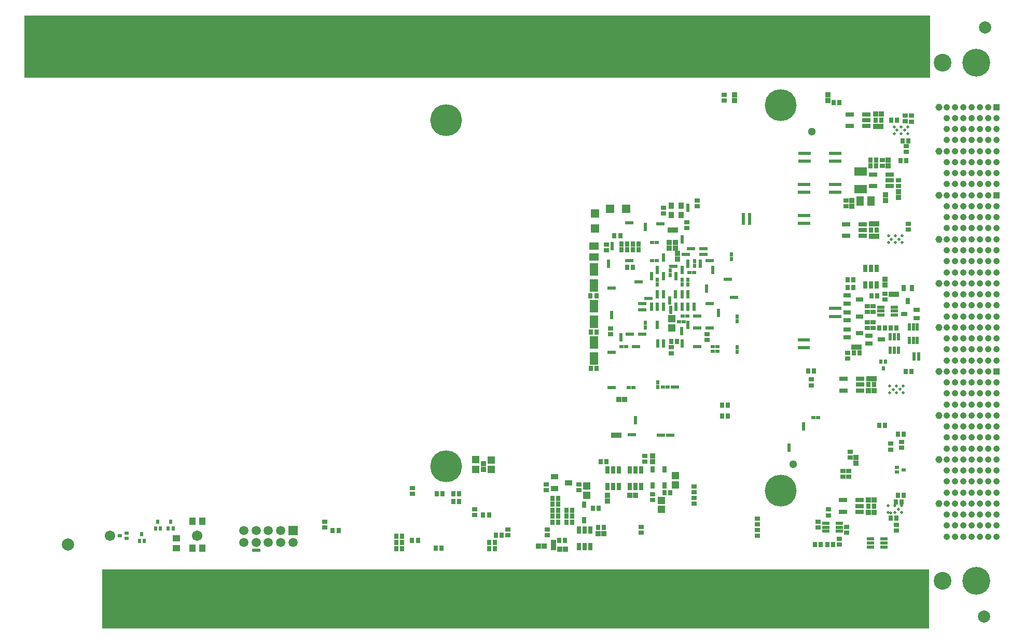
<source format=gbs>
G04*
G04 #@! TF.GenerationSoftware,Altium Limited,Altium Designer,19.1.7 (138)*
G04*
G04 Layer_Color=16711935*
%FSLAX25Y25*%
%MOIN*%
G70*
G01*
G75*
%ADD75R,5.31201X0.38133*%
%ADD76R,5.81890X0.40128*%
%ADD77R,0.02375X0.04540*%
%ADD78R,0.04147X0.02965*%
%ADD79R,0.03162X0.02178*%
%ADD80C,0.07874*%
%ADD81R,0.05800X0.05800*%
%ADD82R,0.02375X0.02572*%
%ADD83R,0.03241X0.03241*%
%ADD84R,0.03084X0.03241*%
%ADD85R,0.03241X0.03241*%
%ADD87R,0.04737X0.04737*%
%ADD91R,0.03241X0.03084*%
%ADD95R,0.04540X0.02375*%
%ADD100R,0.02572X0.02375*%
%ADD116R,0.06312X0.04934*%
%ADD127R,0.05721X0.07887*%
%ADD129R,0.05721X0.03162*%
%ADD134C,0.16548*%
%ADD135C,0.17926*%
%ADD136C,0.04147*%
%ADD137C,0.05918*%
%ADD138R,0.05918X0.05918*%
%ADD139C,0.06750*%
%ADD140C,0.11430*%
%ADD141C,0.04540*%
%ADD142R,0.04147X0.04147*%
%ADD143C,0.05118*%
%ADD144C,0.20485*%
%ADD145C,0.01981*%
%ADD146C,0.03162*%
%ADD212R,0.04934X0.03359*%
%ADD213R,0.02454X0.02611*%
%ADD214R,0.03162X0.04934*%
%ADD215R,0.03359X0.04147*%
%ADD216R,0.02178X0.03162*%
%ADD217R,0.02769X0.04343*%
%ADD218R,0.04934X0.06312*%
%ADD219R,0.07887X0.05328*%
%ADD220R,0.02611X0.02454*%
%ADD221R,0.04540X0.02769*%
%ADD222R,0.02965X0.04147*%
%ADD223R,0.04737X0.04343*%
%ADD224R,0.04343X0.04737*%
%ADD225R,0.04737X0.04540*%
D75*
X-75443Y-296386D02*
D03*
D76*
X-100098Y59168D02*
D03*
D77*
X177657Y-121457D02*
D03*
X180217D02*
D03*
X182776D02*
D03*
Y-130118D02*
D03*
X180217D02*
D03*
X177657D02*
D03*
X170497Y-136221D02*
D03*
X167938D02*
D03*
X165379D02*
D03*
Y-127559D02*
D03*
X167938D02*
D03*
X170497D02*
D03*
D78*
X174146Y-113038D02*
D03*
X182413Y-115597D02*
D03*
Y-110478D02*
D03*
D79*
X169783Y-214764D02*
D03*
Y-211614D02*
D03*
X174114Y-213189D02*
D03*
X-329724Y-255709D02*
D03*
X-325394Y-257283D02*
D03*
Y-254134D02*
D03*
D80*
X-382776Y70768D02*
D03*
X-362894Y-261319D02*
D03*
X226400Y71300D02*
D03*
X225500Y-307500D02*
D03*
D81*
X-14567Y-45276D02*
D03*
X-4528D02*
D03*
X-24213Y-57972D02*
D03*
X-24370Y-48228D02*
D03*
D82*
X35256Y-43298D02*
D03*
Y-46054D02*
D03*
X66929Y-137205D02*
D03*
Y-134449D02*
D03*
X7874Y-121555D02*
D03*
Y-118799D02*
D03*
X31594Y-66339D02*
D03*
Y-63583D02*
D03*
X47244Y-97933D02*
D03*
Y-95177D02*
D03*
X24213Y-111614D02*
D03*
Y-108858D02*
D03*
X23771Y-105709D02*
D03*
Y-102953D02*
D03*
X31496Y-93897D02*
D03*
Y-91142D02*
D03*
Y-86023D02*
D03*
Y-83268D02*
D03*
Y-101772D02*
D03*
Y-99016D02*
D03*
X27559Y-87205D02*
D03*
Y-89960D02*
D03*
X19685D02*
D03*
Y-87205D02*
D03*
X31496Y-106890D02*
D03*
Y-109646D02*
D03*
X27362Y-101772D02*
D03*
Y-99016D02*
D03*
X15748D02*
D03*
Y-101772D02*
D03*
Y-91142D02*
D03*
Y-93897D02*
D03*
X11811Y-89960D02*
D03*
Y-87205D02*
D03*
X35433Y-101772D02*
D03*
Y-99016D02*
D03*
X27559Y-106890D02*
D03*
Y-109646D02*
D03*
X35433Y-93897D02*
D03*
Y-91142D02*
D03*
X23869Y-87894D02*
D03*
Y-85138D02*
D03*
X35433Y-109646D02*
D03*
Y-106890D02*
D03*
X19685Y-101772D02*
D03*
Y-99016D02*
D03*
Y-109646D02*
D03*
Y-106890D02*
D03*
X19783Y-75394D02*
D03*
Y-78150D02*
D03*
X15748Y-86023D02*
D03*
Y-83268D02*
D03*
X31398Y-122638D02*
D03*
Y-125394D02*
D03*
X35433Y-121457D02*
D03*
Y-118701D02*
D03*
X15748Y-106890D02*
D03*
Y-109646D02*
D03*
X15846Y-133268D02*
D03*
Y-130512D02*
D03*
X31496Y-133268D02*
D03*
Y-130512D02*
D03*
X16035Y-157087D02*
D03*
Y-159843D02*
D03*
X19587Y-130512D02*
D03*
Y-133268D02*
D03*
X15748Y-121457D02*
D03*
Y-118701D02*
D03*
X-13574Y-115059D02*
D03*
Y-112303D02*
D03*
X-7874Y-129331D02*
D03*
Y-126575D02*
D03*
X-15748Y-82087D02*
D03*
Y-79331D02*
D03*
X-13386Y-70669D02*
D03*
Y-67913D02*
D03*
X51181Y-83268D02*
D03*
Y-86024D02*
D03*
X63386Y-77559D02*
D03*
Y-74803D02*
D03*
X66831Y-114764D02*
D03*
Y-117520D02*
D03*
X7874Y-55709D02*
D03*
Y-58464D02*
D03*
X100258Y-200267D02*
D03*
Y-197511D02*
D03*
X109724Y-183994D02*
D03*
Y-186750D02*
D03*
X39567Y-81890D02*
D03*
Y-79134D02*
D03*
X35433Y-79331D02*
D03*
Y-82086D02*
D03*
X55118Y-110827D02*
D03*
Y-113583D02*
D03*
X11811Y-109646D02*
D03*
Y-106890D02*
D03*
X39370Y-109646D02*
D03*
Y-106890D02*
D03*
X43307Y-82087D02*
D03*
Y-79331D02*
D03*
D83*
X65158Y24311D02*
D03*
Y27854D02*
D03*
X12697Y-207874D02*
D03*
Y-204331D02*
D03*
X-16535Y-229803D02*
D03*
Y-233347D02*
D03*
X163976Y-17618D02*
D03*
Y-14075D02*
D03*
X170669Y-34449D02*
D03*
Y-37992D02*
D03*
X162402Y-36417D02*
D03*
Y-39961D02*
D03*
X28740Y-77699D02*
D03*
Y-74155D02*
D03*
X27165Y-67126D02*
D03*
Y-70669D02*
D03*
X23228Y-67126D02*
D03*
Y-70669D02*
D03*
X125295Y24409D02*
D03*
Y27953D02*
D03*
X140650Y-39961D02*
D03*
Y-43504D02*
D03*
X162065Y-94299D02*
D03*
Y-90756D02*
D03*
X-96161Y-212894D02*
D03*
Y-209350D02*
D03*
X-51083Y-263386D02*
D03*
Y-259842D02*
D03*
X143405Y-205315D02*
D03*
Y-208858D02*
D03*
D84*
X168917Y-233858D02*
D03*
X172618D02*
D03*
X153248Y-101347D02*
D03*
X156949D02*
D03*
X116850Y-261238D02*
D03*
X120551D02*
D03*
X141850Y-137894D02*
D03*
X145551D02*
D03*
X-3760Y-67913D02*
D03*
X-7461D02*
D03*
Y-71752D02*
D03*
X-3760D02*
D03*
X-177D02*
D03*
X3524D02*
D03*
Y-67913D02*
D03*
X-177D02*
D03*
X-22421Y-250295D02*
D03*
X-18721D02*
D03*
X161890Y-184744D02*
D03*
X158189D02*
D03*
X57311Y-178687D02*
D03*
X61012D02*
D03*
X-51689Y-239256D02*
D03*
X-47988D02*
D03*
X-42598Y-243110D02*
D03*
X-38898D02*
D03*
X-51689Y-246933D02*
D03*
X-47988D02*
D03*
X-38898Y-239272D02*
D03*
X-42598D02*
D03*
X-51689Y-243095D02*
D03*
X-47988D02*
D03*
X-42598Y-246949D02*
D03*
X-38898D02*
D03*
X24528Y-130807D02*
D03*
X28228D02*
D03*
X-27244Y-101378D02*
D03*
X-23543D02*
D03*
X-27067Y-148031D02*
D03*
X-23366D02*
D03*
X-26949Y-124803D02*
D03*
X-23248D02*
D03*
X-118Y-82965D02*
D03*
X-3819D02*
D03*
X24094Y-227933D02*
D03*
X20394D02*
D03*
X-20650Y-208071D02*
D03*
X-16949D02*
D03*
X61004Y-171555D02*
D03*
X57303D02*
D03*
X152677Y-13976D02*
D03*
X156378D02*
D03*
Y-17815D02*
D03*
X152677D02*
D03*
X154902Y-236614D02*
D03*
X151201D02*
D03*
X155098Y-158366D02*
D03*
X151398D02*
D03*
X156772Y-59055D02*
D03*
X153071D02*
D03*
X159541Y11516D02*
D03*
X155841D02*
D03*
X-22067Y-237992D02*
D03*
X-25768D02*
D03*
X125020Y-261221D02*
D03*
X128720D02*
D03*
X-115335Y-228543D02*
D03*
X-111634D02*
D03*
X-115335Y-233563D02*
D03*
X-111634D02*
D03*
X-141909Y-258563D02*
D03*
X-138209D02*
D03*
X116417Y-149803D02*
D03*
X112716D02*
D03*
X169646Y11713D02*
D03*
X165945D02*
D03*
X169370Y-244390D02*
D03*
X165669D02*
D03*
X-151949Y-263976D02*
D03*
X-148248D02*
D03*
X129055Y23031D02*
D03*
X132756D02*
D03*
X-148248Y-255906D02*
D03*
X-151949D02*
D03*
X-122953Y-263583D02*
D03*
X-126654D02*
D03*
X-96240Y-242421D02*
D03*
X-92539D02*
D03*
X-47988Y-235418D02*
D03*
X-51689D02*
D03*
X-88602Y-260138D02*
D03*
X-92303D02*
D03*
X-84272Y-255315D02*
D03*
X-87972D02*
D03*
X-47988Y-231579D02*
D03*
X-51689D02*
D03*
X-88602Y-263976D02*
D03*
X-92303D02*
D03*
X161950Y-122100D02*
D03*
X158250D02*
D03*
X169350D02*
D03*
X165650D02*
D03*
X141516Y-90839D02*
D03*
X137815D02*
D03*
Y-95846D02*
D03*
X141516D02*
D03*
X170197Y-229528D02*
D03*
X173898D02*
D03*
X-43622Y-258563D02*
D03*
X-47323D02*
D03*
X173211Y-1575D02*
D03*
X176912D02*
D03*
X174094Y-190256D02*
D03*
X170394D02*
D03*
X175669Y-14272D02*
D03*
X171968D02*
D03*
X175140Y-149939D02*
D03*
X178841D02*
D03*
X-126063Y-228543D02*
D03*
X-122362D02*
D03*
X-148248Y-260138D02*
D03*
X-151949D02*
D03*
X-11890Y-62598D02*
D03*
X-8189D02*
D03*
X-192901Y-252165D02*
D03*
X-189200D02*
D03*
D85*
X145374Y-134350D02*
D03*
X141831D02*
D03*
X165847Y-100394D02*
D03*
X169390D02*
D03*
X-2067Y-229724D02*
D03*
X1476D02*
D03*
X151279Y-240551D02*
D03*
X154823D02*
D03*
X154823Y-232677D02*
D03*
X151279D02*
D03*
X155020Y-154528D02*
D03*
X151476D02*
D03*
X151378Y-162303D02*
D03*
X154921D02*
D03*
X156693Y-55118D02*
D03*
X153150D02*
D03*
Y-62992D02*
D03*
X156693D02*
D03*
X159567Y15551D02*
D03*
X156024D02*
D03*
X155905Y7677D02*
D03*
X159449D02*
D03*
X-43504Y-264173D02*
D03*
X-47047D02*
D03*
X-22343Y-254232D02*
D03*
X-18799D02*
D03*
X-12500Y-191043D02*
D03*
X-8957D02*
D03*
X-5413Y-168012D02*
D03*
X-8957D02*
D03*
X23819Y-59055D02*
D03*
X27362D02*
D03*
X-60630Y-262205D02*
D03*
X-57087D02*
D03*
D87*
X-91142Y-207087D02*
D03*
Y-212992D02*
D03*
X25000Y-122047D02*
D03*
Y-116142D02*
D03*
X27362Y-217106D02*
D03*
Y-223012D02*
D03*
X18307Y-238779D02*
D03*
Y-232874D02*
D03*
X-29626Y-223721D02*
D03*
Y-229626D02*
D03*
D91*
X-34646Y-222559D02*
D03*
Y-226260D02*
D03*
X-55709D02*
D03*
Y-222559D02*
D03*
X178900Y14513D02*
D03*
Y10813D02*
D03*
X125787Y-238799D02*
D03*
Y-242500D02*
D03*
X169370Y-252343D02*
D03*
Y-248642D02*
D03*
X19488Y-44499D02*
D03*
Y-48200D02*
D03*
X138091Y-138110D02*
D03*
Y-141811D02*
D03*
X5276Y-249902D02*
D03*
Y-253602D02*
D03*
X136909Y-43583D02*
D03*
Y-39882D02*
D03*
X58693Y28000D02*
D03*
Y24299D02*
D03*
X7579Y-204252D02*
D03*
Y-207953D02*
D03*
X12697Y-232658D02*
D03*
Y-228957D02*
D03*
X-14469Y-125885D02*
D03*
Y-122184D02*
D03*
X170669Y-26988D02*
D03*
Y-30689D02*
D03*
X160138Y-17697D02*
D03*
Y-13996D02*
D03*
X176912Y-58740D02*
D03*
Y-55039D02*
D03*
X175061Y10945D02*
D03*
Y14646D02*
D03*
X79823Y-248406D02*
D03*
Y-244705D02*
D03*
Y-252087D02*
D03*
Y-255787D02*
D03*
X39173Y-227539D02*
D03*
Y-223839D02*
D03*
Y-231221D02*
D03*
Y-234921D02*
D03*
X132619Y-261238D02*
D03*
Y-257537D02*
D03*
X137205Y-250057D02*
D03*
Y-253758D02*
D03*
X114469Y-158839D02*
D03*
Y-155138D02*
D03*
X47638Y-125906D02*
D03*
Y-129606D02*
D03*
X-17028Y-72126D02*
D03*
Y-68425D02*
D03*
X134941Y-214094D02*
D03*
Y-217795D02*
D03*
X138779D02*
D03*
Y-214094D02*
D03*
X175591Y-8819D02*
D03*
Y-5118D02*
D03*
X-141634Y-228524D02*
D03*
Y-224823D02*
D03*
X-101673Y-242303D02*
D03*
Y-238602D02*
D03*
X-54921Y-255197D02*
D03*
Y-251496D02*
D03*
X-80512Y-255394D02*
D03*
Y-251693D02*
D03*
X24508Y-138169D02*
D03*
Y-134468D02*
D03*
X154449Y-122047D02*
D03*
Y-118347D02*
D03*
X150610D02*
D03*
Y-122047D02*
D03*
X154331Y-108012D02*
D03*
Y-111713D02*
D03*
X150492Y-111693D02*
D03*
Y-107992D02*
D03*
X162008Y-100020D02*
D03*
Y-103720D02*
D03*
X118938Y-246514D02*
D03*
Y-250214D02*
D03*
X34457Y-53858D02*
D03*
Y-57559D02*
D03*
X41261Y-39882D02*
D03*
Y-43583D02*
D03*
X172539Y-195188D02*
D03*
Y-198889D02*
D03*
X165748Y-200177D02*
D03*
Y-196476D02*
D03*
X139567Y-205295D02*
D03*
Y-201594D02*
D03*
X-198137Y-250310D02*
D03*
Y-246609D02*
D03*
D95*
X159449Y-113681D02*
D03*
Y-111122D02*
D03*
Y-108563D02*
D03*
X168110D02*
D03*
Y-111122D02*
D03*
Y-113681D02*
D03*
X132558Y-247675D02*
D03*
Y-250234D02*
D03*
Y-252793D02*
D03*
X123897D02*
D03*
Y-250234D02*
D03*
Y-247675D02*
D03*
X161211Y-257802D02*
D03*
Y-260361D02*
D03*
Y-262920D02*
D03*
X152549D02*
D03*
Y-260361D02*
D03*
Y-257802D02*
D03*
D100*
X54134Y-137008D02*
D03*
X51378D02*
D03*
X2314Y-92426D02*
D03*
X5070D02*
D03*
X66339Y-102362D02*
D03*
X63583D02*
D03*
X32087Y-114173D02*
D03*
X34843D02*
D03*
X62402Y-90551D02*
D03*
X59646D02*
D03*
X19094Y-55118D02*
D03*
X16339D02*
D03*
X-689Y-126083D02*
D03*
X-3445D02*
D03*
X11330Y-102953D02*
D03*
X8574D02*
D03*
X32480Y-74803D02*
D03*
X35236D02*
D03*
X24606Y-82382D02*
D03*
X27362D02*
D03*
X-2165Y-190748D02*
D03*
X591D02*
D03*
X22512Y-190945D02*
D03*
X25268D02*
D03*
X25591Y-160138D02*
D03*
X28346D02*
D03*
X19390D02*
D03*
X22146D02*
D03*
X197Y-160335D02*
D03*
X-2559D02*
D03*
X42717Y-133858D02*
D03*
X39961D02*
D03*
X-4528D02*
D03*
X-7283D02*
D03*
X39961Y-121843D02*
D03*
X42717D02*
D03*
X54134Y-134055D02*
D03*
X51378D02*
D03*
X-15157Y-137795D02*
D03*
X-12402D02*
D03*
X591Y-133858D02*
D03*
X3346D02*
D03*
X7283Y-125984D02*
D03*
X4528D02*
D03*
X47835Y-122047D02*
D03*
X50591D02*
D03*
X-12382Y-160236D02*
D03*
X-15138D02*
D03*
X16607Y-191080D02*
D03*
X19363D02*
D03*
X-3642Y-78642D02*
D03*
X-886D02*
D03*
X-15157Y-96260D02*
D03*
X-12402D02*
D03*
X50591Y-106299D02*
D03*
X47835D02*
D03*
X12402Y-66929D02*
D03*
X15157D02*
D03*
X-886Y-54449D02*
D03*
X-3642D02*
D03*
X12402Y-78740D02*
D03*
X15157D02*
D03*
X116043Y-179626D02*
D03*
X118799D02*
D03*
X39173Y-86417D02*
D03*
X36417D02*
D03*
X32480Y-118110D02*
D03*
X29724D02*
D03*
X43898Y-74803D02*
D03*
X46654D02*
D03*
X4528Y-106299D02*
D03*
X7283D02*
D03*
X38780Y-70866D02*
D03*
X36024D02*
D03*
X7283Y-110236D02*
D03*
X4528D02*
D03*
X39961Y-114173D02*
D03*
X42717D02*
D03*
X43898Y-70866D02*
D03*
X46654D02*
D03*
X50591Y-78740D02*
D03*
X47835D02*
D03*
X-243504Y-264862D02*
D03*
X-240748D02*
D03*
D116*
X-24902Y-69291D02*
D03*
Y-76378D02*
D03*
D127*
X-25000Y-84449D02*
D03*
Y-94685D02*
D03*
X-25098Y-107874D02*
D03*
Y-118110D02*
D03*
Y-131299D02*
D03*
Y-141535D02*
D03*
D129*
X145669Y-232776D02*
D03*
Y-236516D02*
D03*
Y-240256D02*
D03*
X135039D02*
D03*
Y-232776D02*
D03*
X135236Y-154724D02*
D03*
Y-162205D02*
D03*
X145866D02*
D03*
Y-158465D02*
D03*
Y-154724D02*
D03*
X136909Y-55216D02*
D03*
Y-62697D02*
D03*
X147539D02*
D03*
Y-58957D02*
D03*
Y-55216D02*
D03*
X165059Y-23228D02*
D03*
Y-26969D02*
D03*
Y-30709D02*
D03*
X154429D02*
D03*
Y-23228D02*
D03*
X139173Y15453D02*
D03*
Y7972D02*
D03*
X149803D02*
D03*
Y11713D02*
D03*
Y15453D02*
D03*
D134*
X-320457Y-294034D02*
D03*
Y57935D02*
D03*
X171669D02*
D03*
Y-294034D02*
D03*
X-158646Y57935D02*
D03*
X-58646D02*
D03*
Y-294034D02*
D03*
X-158646D02*
D03*
D135*
X220685Y-284782D02*
D03*
Y48683D02*
D03*
D136*
X206905Y-29466D02*
D03*
X212220D02*
D03*
X222850Y-128679D02*
D03*
X228165D02*
D03*
X222850Y-29466D02*
D03*
X228165D02*
D03*
X233480Y-142852D02*
D03*
Y-135766D02*
D03*
Y-128679D02*
D03*
Y-114506D02*
D03*
Y-107419D02*
D03*
Y-100333D02*
D03*
Y-93246D02*
D03*
Y-86160D02*
D03*
X228165Y-142852D02*
D03*
Y-135766D02*
D03*
Y-114506D02*
D03*
Y-107419D02*
D03*
Y-100333D02*
D03*
Y-93246D02*
D03*
Y-86160D02*
D03*
X222850Y-142852D02*
D03*
Y-135766D02*
D03*
Y-121593D02*
D03*
Y-114506D02*
D03*
Y-107419D02*
D03*
Y-100333D02*
D03*
Y-93246D02*
D03*
Y-86160D02*
D03*
X217535Y-142852D02*
D03*
Y-135766D02*
D03*
Y-128679D02*
D03*
Y-114506D02*
D03*
Y-107419D02*
D03*
Y-100333D02*
D03*
Y-93246D02*
D03*
Y-86160D02*
D03*
X212220Y-142852D02*
D03*
Y-135766D02*
D03*
Y-128679D02*
D03*
Y-114506D02*
D03*
Y-107419D02*
D03*
Y-100333D02*
D03*
Y-93246D02*
D03*
Y-86160D02*
D03*
X206905Y-142852D02*
D03*
Y-135766D02*
D03*
Y-128679D02*
D03*
Y-121593D02*
D03*
Y-114506D02*
D03*
Y-107419D02*
D03*
Y-100333D02*
D03*
Y-93246D02*
D03*
Y-86160D02*
D03*
X201590Y-142852D02*
D03*
Y-135766D02*
D03*
Y-128679D02*
D03*
Y-114506D02*
D03*
Y-100333D02*
D03*
Y-86160D02*
D03*
Y-71986D02*
D03*
Y-64900D02*
D03*
Y-57813D02*
D03*
Y-50726D02*
D03*
Y-43640D02*
D03*
Y-36553D02*
D03*
X206905Y-79073D02*
D03*
Y-71986D02*
D03*
Y-64900D02*
D03*
Y-57813D02*
D03*
Y-50726D02*
D03*
Y-43640D02*
D03*
Y-36553D02*
D03*
X212220Y-79073D02*
D03*
Y-71986D02*
D03*
Y-64900D02*
D03*
Y-57813D02*
D03*
Y-50726D02*
D03*
Y-43640D02*
D03*
Y-36553D02*
D03*
X217535Y-79073D02*
D03*
Y-71986D02*
D03*
Y-64900D02*
D03*
Y-57813D02*
D03*
Y-50726D02*
D03*
Y-43640D02*
D03*
Y-36553D02*
D03*
X222850Y-79073D02*
D03*
Y-71986D02*
D03*
Y-64900D02*
D03*
Y-57813D02*
D03*
Y-50726D02*
D03*
Y-43640D02*
D03*
Y-36553D02*
D03*
X228165Y-79073D02*
D03*
Y-71986D02*
D03*
Y-64900D02*
D03*
Y-57813D02*
D03*
Y-50726D02*
D03*
Y-43640D02*
D03*
Y-36553D02*
D03*
X233480Y-79073D02*
D03*
Y-71986D02*
D03*
Y-64900D02*
D03*
Y-57813D02*
D03*
Y-50726D02*
D03*
Y-43640D02*
D03*
X201590Y-107419D02*
D03*
Y-121593D02*
D03*
X217535D02*
D03*
X212220D02*
D03*
X233480D02*
D03*
X228165D02*
D03*
X201590Y-79073D02*
D03*
Y-93246D02*
D03*
X233480Y13054D02*
D03*
Y5967D02*
D03*
Y-1120D02*
D03*
Y-8206D02*
D03*
Y-15293D02*
D03*
Y-22380D02*
D03*
Y-29466D02*
D03*
X228165Y20140D02*
D03*
Y13054D02*
D03*
Y5967D02*
D03*
Y-1120D02*
D03*
Y-8206D02*
D03*
Y-15293D02*
D03*
Y-22380D02*
D03*
X222850Y20140D02*
D03*
Y13054D02*
D03*
Y5967D02*
D03*
Y-1120D02*
D03*
Y-8206D02*
D03*
Y-15293D02*
D03*
Y-22380D02*
D03*
X217535Y20140D02*
D03*
Y13054D02*
D03*
Y5967D02*
D03*
Y-1120D02*
D03*
Y-8206D02*
D03*
Y-15293D02*
D03*
Y-22380D02*
D03*
Y-29466D02*
D03*
X212220Y20140D02*
D03*
Y13054D02*
D03*
Y5967D02*
D03*
Y-1120D02*
D03*
Y-8206D02*
D03*
Y-15293D02*
D03*
Y-22380D02*
D03*
X201590Y20140D02*
D03*
Y13054D02*
D03*
Y5967D02*
D03*
Y-1120D02*
D03*
Y-8206D02*
D03*
Y-15293D02*
D03*
Y-22380D02*
D03*
Y-29466D02*
D03*
X206905Y20140D02*
D03*
Y13054D02*
D03*
Y5967D02*
D03*
Y-1120D02*
D03*
Y-8206D02*
D03*
Y-15293D02*
D03*
Y-22380D02*
D03*
X233480Y-256238D02*
D03*
Y-249151D02*
D03*
Y-242065D02*
D03*
Y-234978D02*
D03*
Y-227892D02*
D03*
Y-220805D02*
D03*
Y-213718D02*
D03*
Y-206632D02*
D03*
Y-199545D02*
D03*
X228165Y-256238D02*
D03*
Y-249151D02*
D03*
Y-242065D02*
D03*
Y-234978D02*
D03*
Y-227892D02*
D03*
Y-220805D02*
D03*
Y-213718D02*
D03*
Y-206632D02*
D03*
Y-199545D02*
D03*
X222850Y-256238D02*
D03*
Y-249151D02*
D03*
Y-242065D02*
D03*
Y-234978D02*
D03*
Y-227892D02*
D03*
Y-220805D02*
D03*
Y-213718D02*
D03*
Y-206632D02*
D03*
Y-199545D02*
D03*
X217535Y-256238D02*
D03*
Y-249151D02*
D03*
Y-242065D02*
D03*
Y-234978D02*
D03*
Y-227892D02*
D03*
Y-220805D02*
D03*
Y-213718D02*
D03*
Y-206632D02*
D03*
Y-199545D02*
D03*
X212220Y-256238D02*
D03*
Y-249151D02*
D03*
Y-242065D02*
D03*
Y-234978D02*
D03*
Y-227892D02*
D03*
Y-220805D02*
D03*
Y-213718D02*
D03*
Y-206632D02*
D03*
Y-199545D02*
D03*
X206905Y-256238D02*
D03*
Y-249151D02*
D03*
Y-242065D02*
D03*
Y-234978D02*
D03*
Y-227892D02*
D03*
Y-220805D02*
D03*
Y-213718D02*
D03*
Y-206632D02*
D03*
Y-199545D02*
D03*
X201590Y-256238D02*
D03*
Y-249151D02*
D03*
Y-242065D02*
D03*
Y-234978D02*
D03*
Y-227892D02*
D03*
Y-220805D02*
D03*
Y-213718D02*
D03*
Y-206632D02*
D03*
Y-199545D02*
D03*
Y-192458D02*
D03*
Y-185372D02*
D03*
Y-178285D02*
D03*
Y-171199D02*
D03*
Y-164112D02*
D03*
Y-157025D02*
D03*
Y-149939D02*
D03*
X206905Y-192458D02*
D03*
Y-185372D02*
D03*
Y-178285D02*
D03*
Y-171199D02*
D03*
Y-164112D02*
D03*
Y-157025D02*
D03*
Y-149939D02*
D03*
X212220Y-192458D02*
D03*
Y-185372D02*
D03*
Y-178285D02*
D03*
Y-171199D02*
D03*
Y-164112D02*
D03*
Y-157025D02*
D03*
Y-149939D02*
D03*
X217535Y-192458D02*
D03*
Y-185372D02*
D03*
Y-178285D02*
D03*
Y-171199D02*
D03*
Y-164112D02*
D03*
Y-157025D02*
D03*
Y-149939D02*
D03*
X222850Y-192458D02*
D03*
Y-185372D02*
D03*
Y-178285D02*
D03*
Y-171199D02*
D03*
Y-164112D02*
D03*
Y-157025D02*
D03*
Y-149939D02*
D03*
X228165Y-192458D02*
D03*
Y-185372D02*
D03*
Y-178285D02*
D03*
Y-171199D02*
D03*
Y-164112D02*
D03*
Y-157025D02*
D03*
Y-149939D02*
D03*
X233480Y-192458D02*
D03*
Y-185372D02*
D03*
Y-178285D02*
D03*
Y-171199D02*
D03*
Y-164112D02*
D03*
Y-157025D02*
D03*
D137*
X-250000Y-260039D02*
D03*
Y-252165D02*
D03*
X-242126Y-260039D02*
D03*
Y-252165D02*
D03*
X-234252Y-260039D02*
D03*
Y-252165D02*
D03*
X-226378Y-260039D02*
D03*
Y-252165D02*
D03*
X-218504Y-260039D02*
D03*
D138*
Y-252165D02*
D03*
D139*
X-279971Y-255709D02*
D03*
X-336171D02*
D03*
D140*
X199031Y-284782D02*
D03*
Y48683D02*
D03*
D141*
X196669Y-121593D02*
D03*
Y-93246D02*
D03*
Y-64900D02*
D03*
Y-36553D02*
D03*
X196669Y20140D02*
D03*
Y-8206D02*
D03*
X196669Y-234978D02*
D03*
Y-206632D02*
D03*
Y-178285D02*
D03*
Y-149939D02*
D03*
D142*
X233480Y-36553D02*
D03*
X233480Y20140D02*
D03*
X233480Y-149939D02*
D03*
D143*
X114943Y4477D02*
D03*
X102935Y-209617D02*
D03*
D144*
X-119900Y11567D02*
D03*
X95061Y21409D02*
D03*
Y-226622D02*
D03*
X-119900Y-211071D02*
D03*
D145*
X165728Y-240949D02*
D03*
X167126Y-161516D02*
D03*
X171555Y-161417D02*
D03*
X173622Y-159350D02*
D03*
Y-163681D02*
D03*
X169291Y-159350D02*
D03*
Y-163681D02*
D03*
X164961Y-159350D02*
D03*
Y-163681D02*
D03*
X169647Y5413D02*
D03*
X174568D02*
D03*
X172930Y-62783D02*
D03*
Y-67114D02*
D03*
X168599Y-62783D02*
D03*
Y-67114D02*
D03*
X164268Y-62783D02*
D03*
Y-67114D02*
D03*
X176457Y7480D02*
D03*
Y3150D02*
D03*
X172126Y7480D02*
D03*
Y3150D02*
D03*
X167795Y7480D02*
D03*
Y3150D02*
D03*
X170649Y-238784D02*
D03*
X170867Y-64834D02*
D03*
X165946D02*
D03*
X163878Y-240551D02*
D03*
Y-236221D02*
D03*
X168209Y-240551D02*
D03*
Y-236221D02*
D03*
X172539Y-240551D02*
D03*
Y-236221D02*
D03*
D146*
X182935Y69752D02*
D03*
Y54004D02*
D03*
X178998Y46130D02*
D03*
X175061Y69752D02*
D03*
X171124Y46130D02*
D03*
X167187Y69752D02*
D03*
X163250Y46130D02*
D03*
X159313Y69752D02*
D03*
X155376Y61878D02*
D03*
X159313Y54004D02*
D03*
X155376Y46130D02*
D03*
X151439Y69752D02*
D03*
X147502Y61878D02*
D03*
X151439Y54004D02*
D03*
X147502Y46130D02*
D03*
X143565Y69752D02*
D03*
X139628Y61878D02*
D03*
X143565Y54004D02*
D03*
X139628Y46130D02*
D03*
X135691Y69752D02*
D03*
X131754Y61878D02*
D03*
X135691Y54004D02*
D03*
X131754Y46130D02*
D03*
X127817Y69752D02*
D03*
X123880Y61878D02*
D03*
X127817Y54004D02*
D03*
X123880Y46130D02*
D03*
X119943Y69752D02*
D03*
X116006Y61878D02*
D03*
X119943Y54004D02*
D03*
X116006Y46130D02*
D03*
X112069Y69752D02*
D03*
X108132Y61878D02*
D03*
X112069Y54004D02*
D03*
X108132Y46130D02*
D03*
X104195Y69752D02*
D03*
X100258Y61878D02*
D03*
X104195Y54004D02*
D03*
X100258Y46130D02*
D03*
X96321Y69752D02*
D03*
X92384Y61878D02*
D03*
X96321Y54004D02*
D03*
X92384Y46130D02*
D03*
X88447Y69752D02*
D03*
X84510Y61878D02*
D03*
X88447Y54004D02*
D03*
X84510Y46130D02*
D03*
X80573Y69752D02*
D03*
X76636Y61878D02*
D03*
X80573Y54004D02*
D03*
X76636Y46130D02*
D03*
X72699Y69752D02*
D03*
X68762Y61878D02*
D03*
X72699Y54004D02*
D03*
X68762Y46130D02*
D03*
X64825Y69752D02*
D03*
X60888Y61878D02*
D03*
X64825Y54004D02*
D03*
X60888Y46130D02*
D03*
X56951Y69752D02*
D03*
X53014Y61878D02*
D03*
X56951Y54004D02*
D03*
X53014Y46130D02*
D03*
X49077Y69752D02*
D03*
X45140Y61878D02*
D03*
X49077Y54004D02*
D03*
X45140Y46130D02*
D03*
X41203Y69752D02*
D03*
X37266Y61878D02*
D03*
X41203Y54004D02*
D03*
X37266Y46130D02*
D03*
X33329Y69752D02*
D03*
X29392Y61878D02*
D03*
X33329Y54004D02*
D03*
X29392Y46130D02*
D03*
X25455Y69752D02*
D03*
X21518Y61878D02*
D03*
X25455Y54004D02*
D03*
X21518Y46130D02*
D03*
X17581Y69752D02*
D03*
X13644Y61878D02*
D03*
X17581Y54004D02*
D03*
X13644Y46130D02*
D03*
X9707Y69752D02*
D03*
X5770Y61878D02*
D03*
X9707Y54004D02*
D03*
X5770Y46130D02*
D03*
X1833Y69752D02*
D03*
X-2104Y61878D02*
D03*
X1833Y54004D02*
D03*
X-2104Y46130D02*
D03*
X-6041Y69752D02*
D03*
X-9978Y61878D02*
D03*
X-6041Y54004D02*
D03*
X-9978Y46130D02*
D03*
X-13915Y69752D02*
D03*
X-17852Y61878D02*
D03*
X-13915Y54004D02*
D03*
X-17852Y46130D02*
D03*
X-21789Y69752D02*
D03*
X-25726Y61878D02*
D03*
X-21789Y54004D02*
D03*
X-25726Y46130D02*
D03*
X-29663Y69752D02*
D03*
X-33600Y61878D02*
D03*
X-29663Y54004D02*
D03*
X-33600Y46130D02*
D03*
X-37537Y69752D02*
D03*
X-41474Y61878D02*
D03*
X-37537Y54004D02*
D03*
X-41474Y46130D02*
D03*
X-45411Y69752D02*
D03*
X-49348Y61878D02*
D03*
X-45411Y54004D02*
D03*
X-49348Y46130D02*
D03*
X-53285Y69752D02*
D03*
X-57222Y46130D02*
D03*
X-61159Y69752D02*
D03*
X-65096Y46130D02*
D03*
X-69033Y69752D02*
D03*
X-72970Y61878D02*
D03*
X-69033Y54004D02*
D03*
X-72970Y46130D02*
D03*
X-76907Y69752D02*
D03*
X-80844Y61878D02*
D03*
X-76907Y54004D02*
D03*
X-80844Y46130D02*
D03*
X-84781Y69752D02*
D03*
X-88718Y61878D02*
D03*
X-84781Y54004D02*
D03*
X-88718Y46130D02*
D03*
X-92655Y69752D02*
D03*
X-96592Y61878D02*
D03*
X-92655Y54004D02*
D03*
X-96592Y46130D02*
D03*
X-100530Y69752D02*
D03*
X-104466Y61878D02*
D03*
X-100530Y54004D02*
D03*
X-104466Y46130D02*
D03*
X-108404Y69752D02*
D03*
X-112340Y61878D02*
D03*
X-108404Y54004D02*
D03*
X-112340Y46130D02*
D03*
X-116278Y69752D02*
D03*
X-120214Y61878D02*
D03*
X-116278Y54004D02*
D03*
X-120214Y46130D02*
D03*
X-124152Y69752D02*
D03*
X-128089Y61878D02*
D03*
X-124152Y54004D02*
D03*
X-128089Y46130D02*
D03*
X-132026Y69752D02*
D03*
X-135963Y61878D02*
D03*
X-132026Y54004D02*
D03*
X-135963Y46130D02*
D03*
X-139900Y69752D02*
D03*
X-143837Y61878D02*
D03*
X-139900Y54004D02*
D03*
X-143837Y46130D02*
D03*
X-147774Y69752D02*
D03*
Y54004D02*
D03*
X-151711Y46130D02*
D03*
X-155648Y69752D02*
D03*
X-159585Y46130D02*
D03*
X-163522Y69752D02*
D03*
X-167459Y61878D02*
D03*
Y46130D02*
D03*
X-171396Y69752D02*
D03*
X-175333Y61878D02*
D03*
X-171396Y54004D02*
D03*
X-175333Y46130D02*
D03*
X-179270Y69752D02*
D03*
X-183207Y61878D02*
D03*
X-179270Y54004D02*
D03*
X-183207Y46130D02*
D03*
X-187144Y69752D02*
D03*
X-191081Y61878D02*
D03*
X-187144Y54004D02*
D03*
X-191081Y46130D02*
D03*
X-195018Y69752D02*
D03*
X-198955Y61878D02*
D03*
X-195018Y54004D02*
D03*
X-198955Y46130D02*
D03*
X-202892Y69752D02*
D03*
X-206829Y61878D02*
D03*
X-202892Y54004D02*
D03*
X-206829Y46130D02*
D03*
X-210766Y69752D02*
D03*
X-214703Y61878D02*
D03*
X-210766Y54004D02*
D03*
X-214703Y46130D02*
D03*
X-218640Y69752D02*
D03*
X-222577Y61878D02*
D03*
X-218640Y54004D02*
D03*
X-222577Y46130D02*
D03*
X-226514Y69752D02*
D03*
X-230451Y61878D02*
D03*
X-226514Y54004D02*
D03*
X-230451Y46130D02*
D03*
X-234388Y69752D02*
D03*
X-238325Y61878D02*
D03*
X-234388Y54004D02*
D03*
X-238325Y46130D02*
D03*
X-242262Y69752D02*
D03*
X-246199Y61878D02*
D03*
X-242262Y54004D02*
D03*
X-246199Y46130D02*
D03*
X-250136Y69752D02*
D03*
X-254073Y61878D02*
D03*
X-250136Y54004D02*
D03*
X-254073Y46130D02*
D03*
X-258010Y69752D02*
D03*
X-261947Y61878D02*
D03*
X-258010Y54004D02*
D03*
X-261947Y46130D02*
D03*
X-265884Y69752D02*
D03*
X-269821Y61878D02*
D03*
X-265884Y54004D02*
D03*
X-269821Y46130D02*
D03*
X-273758Y69752D02*
D03*
X-277695Y61878D02*
D03*
X-273758Y54004D02*
D03*
X-277695Y46130D02*
D03*
X-281632Y69752D02*
D03*
X-285569Y61878D02*
D03*
X-281632Y54004D02*
D03*
X-285569Y46130D02*
D03*
X-289506Y69752D02*
D03*
X-293443Y61878D02*
D03*
X-289506Y54004D02*
D03*
X-293443Y46130D02*
D03*
X-297380Y69752D02*
D03*
X-301317Y61878D02*
D03*
X-297380Y54004D02*
D03*
X-301317Y46130D02*
D03*
X-305254Y69752D02*
D03*
X-309191Y61878D02*
D03*
X-305254Y54004D02*
D03*
X-309191Y46130D02*
D03*
X-313128Y69752D02*
D03*
X-317065Y46130D02*
D03*
X-321002Y69752D02*
D03*
X-324939Y46130D02*
D03*
X-328876Y69752D02*
D03*
X-332813Y61878D02*
D03*
Y46130D02*
D03*
X-336750Y69752D02*
D03*
X-340687Y61878D02*
D03*
X-336750Y54004D02*
D03*
X-340687Y46130D02*
D03*
X-344624Y69752D02*
D03*
X-348561Y61878D02*
D03*
X-344624Y54004D02*
D03*
X-348561Y46130D02*
D03*
X-352498Y69752D02*
D03*
X-356435Y61878D02*
D03*
X-352498Y54004D02*
D03*
X-356435Y46130D02*
D03*
X-360372Y69752D02*
D03*
X-364309Y61878D02*
D03*
X-360372Y54004D02*
D03*
X-364309Y46130D02*
D03*
X-368246Y69752D02*
D03*
X-372183Y61878D02*
D03*
X-368246Y54004D02*
D03*
X-372183Y46130D02*
D03*
X-376120Y69752D02*
D03*
X-380057Y61878D02*
D03*
X-376120Y54004D02*
D03*
X-380057Y46130D02*
D03*
X182935Y-284578D02*
D03*
Y-300326D02*
D03*
X178998Y-308201D02*
D03*
X175061Y-284578D02*
D03*
X171124Y-308201D02*
D03*
X167187Y-284578D02*
D03*
X163250Y-308201D02*
D03*
X159313Y-284578D02*
D03*
X155376Y-292453D02*
D03*
X159313Y-300326D02*
D03*
X155376Y-308201D02*
D03*
X151439Y-284578D02*
D03*
X147502Y-292453D02*
D03*
X151439Y-300326D02*
D03*
X147502Y-308201D02*
D03*
X143565Y-284578D02*
D03*
X139628Y-292453D02*
D03*
X143565Y-300326D02*
D03*
X139628Y-308201D02*
D03*
X135691Y-284578D02*
D03*
X131754Y-292453D02*
D03*
X135691Y-300326D02*
D03*
X131754Y-308201D02*
D03*
X127817Y-284578D02*
D03*
X123880Y-292453D02*
D03*
X127817Y-300326D02*
D03*
X123880Y-308201D02*
D03*
X119943Y-284578D02*
D03*
X116006Y-292453D02*
D03*
X119943Y-300326D02*
D03*
X116006Y-308201D02*
D03*
X112069Y-284578D02*
D03*
X108132Y-292453D02*
D03*
X112069Y-300326D02*
D03*
X108132Y-308201D02*
D03*
X104195Y-284578D02*
D03*
X100258Y-292453D02*
D03*
X104195Y-300326D02*
D03*
X100258Y-308201D02*
D03*
X96321Y-284578D02*
D03*
X92384Y-292453D02*
D03*
X96321Y-300326D02*
D03*
X92384Y-308201D02*
D03*
X88447Y-284578D02*
D03*
X84510Y-292453D02*
D03*
X88447Y-300326D02*
D03*
X84510Y-308201D02*
D03*
X80573Y-284578D02*
D03*
X76636Y-292453D02*
D03*
X80573Y-300326D02*
D03*
X76636Y-308201D02*
D03*
X72699Y-284578D02*
D03*
X68762Y-292453D02*
D03*
X72699Y-300326D02*
D03*
X68762Y-308201D02*
D03*
X64825Y-284578D02*
D03*
X60888Y-292453D02*
D03*
X64825Y-300326D02*
D03*
X60888Y-308201D02*
D03*
X56951Y-284578D02*
D03*
X53014Y-292453D02*
D03*
X56951Y-300326D02*
D03*
X53014Y-308201D02*
D03*
X49077Y-284578D02*
D03*
X45140Y-292453D02*
D03*
X49077Y-300326D02*
D03*
X45140Y-308201D02*
D03*
X41203Y-284578D02*
D03*
X37266Y-292453D02*
D03*
X41203Y-300326D02*
D03*
X37266Y-308201D02*
D03*
X33329Y-284578D02*
D03*
X29392Y-292453D02*
D03*
X33329Y-300326D02*
D03*
X29392Y-308201D02*
D03*
X25455Y-284578D02*
D03*
X21518Y-292453D02*
D03*
X25455Y-300326D02*
D03*
X21518Y-308201D02*
D03*
X17581Y-284578D02*
D03*
X13644Y-292453D02*
D03*
X17581Y-300326D02*
D03*
X13644Y-308201D02*
D03*
X9707Y-284578D02*
D03*
X5770Y-292453D02*
D03*
X9707Y-300326D02*
D03*
X5770Y-308201D02*
D03*
X1833Y-284578D02*
D03*
X-2104Y-292453D02*
D03*
X1833Y-300326D02*
D03*
X-2104Y-308201D02*
D03*
X-6041Y-284578D02*
D03*
X-9978Y-292453D02*
D03*
X-6041Y-300326D02*
D03*
X-9978Y-308201D02*
D03*
X-13915Y-284578D02*
D03*
X-17852Y-292453D02*
D03*
X-13915Y-300326D02*
D03*
X-17852Y-308201D02*
D03*
X-21789Y-284578D02*
D03*
X-25726Y-292453D02*
D03*
X-21789Y-300326D02*
D03*
X-25726Y-308201D02*
D03*
X-29663Y-284578D02*
D03*
X-33600Y-292453D02*
D03*
X-29663Y-300326D02*
D03*
X-33600Y-308201D02*
D03*
X-37537Y-284578D02*
D03*
X-41474Y-292453D02*
D03*
X-37537Y-300326D02*
D03*
X-41474Y-308201D02*
D03*
X-45411Y-284578D02*
D03*
Y-300326D02*
D03*
X-49348Y-308201D02*
D03*
X-53285Y-284578D02*
D03*
X-57222Y-308201D02*
D03*
X-61159Y-284578D02*
D03*
X-65096Y-308201D02*
D03*
X-69033Y-284578D02*
D03*
X-72970Y-292453D02*
D03*
X-69033Y-300326D02*
D03*
X-72970Y-308201D02*
D03*
X-76907Y-284578D02*
D03*
X-80844Y-292453D02*
D03*
X-76907Y-300326D02*
D03*
X-80844Y-308201D02*
D03*
X-84781Y-284578D02*
D03*
X-88718Y-292453D02*
D03*
X-84781Y-300326D02*
D03*
X-88718Y-308201D02*
D03*
X-92655Y-284578D02*
D03*
X-96592Y-292453D02*
D03*
X-92655Y-300326D02*
D03*
X-96592Y-308201D02*
D03*
X-100530Y-284578D02*
D03*
X-104466Y-292453D02*
D03*
X-100530Y-300326D02*
D03*
X-104466Y-308201D02*
D03*
X-108404Y-284578D02*
D03*
X-112340Y-292453D02*
D03*
X-108404Y-300326D02*
D03*
X-112340Y-308201D02*
D03*
X-116278Y-284578D02*
D03*
X-120214Y-292453D02*
D03*
X-116278Y-300326D02*
D03*
X-120214Y-308201D02*
D03*
X-124152Y-284578D02*
D03*
X-128089Y-292453D02*
D03*
X-124152Y-300326D02*
D03*
X-128089Y-308201D02*
D03*
X-132026Y-284578D02*
D03*
X-135963Y-292453D02*
D03*
X-132026Y-300326D02*
D03*
X-135963Y-308201D02*
D03*
X-139900Y-284578D02*
D03*
X-143837Y-292453D02*
D03*
X-139900Y-300326D02*
D03*
X-143837Y-308201D02*
D03*
X-147774Y-284578D02*
D03*
Y-300326D02*
D03*
X-151711Y-308201D02*
D03*
X-155648Y-284578D02*
D03*
X-159585Y-308201D02*
D03*
X-163522Y-284578D02*
D03*
X-167459Y-308201D02*
D03*
X-171396Y-284578D02*
D03*
X-175333Y-292453D02*
D03*
X-171396Y-300326D02*
D03*
X-175333Y-308201D02*
D03*
X-179270Y-284578D02*
D03*
X-183207Y-292453D02*
D03*
X-179270Y-300326D02*
D03*
X-183207Y-308201D02*
D03*
X-187144Y-284578D02*
D03*
X-191081Y-292453D02*
D03*
X-187144Y-300326D02*
D03*
X-191081Y-308201D02*
D03*
X-195018Y-284578D02*
D03*
X-198955Y-292453D02*
D03*
X-195018Y-300326D02*
D03*
X-198955Y-308201D02*
D03*
X-202892Y-284578D02*
D03*
X-206829Y-292453D02*
D03*
X-202892Y-300326D02*
D03*
X-206829Y-308201D02*
D03*
X-210766Y-284578D02*
D03*
X-214703Y-292453D02*
D03*
X-210766Y-300326D02*
D03*
X-214703Y-308201D02*
D03*
X-218640Y-284578D02*
D03*
X-222577Y-292453D02*
D03*
X-218640Y-300326D02*
D03*
X-222577Y-308201D02*
D03*
X-226514Y-284578D02*
D03*
X-230451Y-292453D02*
D03*
X-226514Y-300326D02*
D03*
X-230451Y-308201D02*
D03*
X-234388Y-284578D02*
D03*
X-238325Y-292453D02*
D03*
X-234388Y-300326D02*
D03*
X-238325Y-308201D02*
D03*
X-242262Y-284578D02*
D03*
X-246199Y-292453D02*
D03*
X-242262Y-300326D02*
D03*
X-246199Y-308201D02*
D03*
X-250136Y-284578D02*
D03*
X-254073Y-292453D02*
D03*
X-250136Y-300326D02*
D03*
X-254073Y-308201D02*
D03*
X-258010Y-284578D02*
D03*
X-261947Y-292453D02*
D03*
X-258010Y-300326D02*
D03*
X-261947Y-308201D02*
D03*
X-265884Y-284578D02*
D03*
X-269821Y-292453D02*
D03*
X-265884Y-300326D02*
D03*
X-269821Y-308201D02*
D03*
X-273758Y-284578D02*
D03*
X-277695Y-292453D02*
D03*
X-273758Y-300326D02*
D03*
X-277695Y-308201D02*
D03*
X-281632Y-284578D02*
D03*
X-285569Y-292453D02*
D03*
X-281632Y-300326D02*
D03*
X-285569Y-308201D02*
D03*
X-289506Y-284578D02*
D03*
X-293443Y-292453D02*
D03*
X-289506Y-300326D02*
D03*
X-293443Y-308201D02*
D03*
X-297380Y-284578D02*
D03*
X-301317Y-292453D02*
D03*
X-297380Y-300326D02*
D03*
X-301317Y-308201D02*
D03*
X-305254Y-284578D02*
D03*
X-309191Y-292453D02*
D03*
X-305254Y-300326D02*
D03*
X-309191Y-308201D02*
D03*
X-313128Y-284578D02*
D03*
Y-300326D02*
D03*
X-317065Y-308201D02*
D03*
X-324939D02*
D03*
X-328876Y-284578D02*
D03*
X-332813Y-292453D02*
D03*
X-328876Y-300326D02*
D03*
X-332813Y-308201D02*
D03*
D212*
X-50492Y-225295D02*
D03*
Y-217815D02*
D03*
X-41437Y-221555D02*
D03*
D213*
X1477Y-179902D02*
D03*
Y-182500D02*
D03*
X71062Y-51850D02*
D03*
Y-49252D02*
D03*
Y-51850D02*
D03*
Y-54449D02*
D03*
X75000Y-51850D02*
D03*
Y-54449D02*
D03*
Y-51850D02*
D03*
Y-49252D02*
D03*
X183760Y-141654D02*
D03*
Y-139055D02*
D03*
X180709Y-141634D02*
D03*
Y-139035D02*
D03*
D214*
X-16437Y-213268D02*
D03*
X-12697D02*
D03*
X-8957D02*
D03*
Y-223898D02*
D03*
X-12697D02*
D03*
X-16437D02*
D03*
X149269Y-94299D02*
D03*
X153010D02*
D03*
X156750D02*
D03*
Y-83669D02*
D03*
X153010D02*
D03*
X149269D02*
D03*
X-2067Y-223898D02*
D03*
X1673D02*
D03*
X5413D02*
D03*
Y-213268D02*
D03*
X1673D02*
D03*
X-2067D02*
D03*
X-34843Y-262598D02*
D03*
X-31102D02*
D03*
X-27362D02*
D03*
Y-251969D02*
D03*
X-31102D02*
D03*
X-34843D02*
D03*
D215*
X30968Y-49400D02*
D03*
X24472D02*
D03*
Y-43298D02*
D03*
X30968D02*
D03*
D216*
X160827Y-148031D02*
D03*
X162402Y-143701D02*
D03*
X159252D02*
D03*
X-297000Y-246735D02*
D03*
X-298575Y-251065D02*
D03*
X-295425D02*
D03*
X-305254Y-246733D02*
D03*
X-306829Y-251063D02*
D03*
X-303679D02*
D03*
X-315551Y-254626D02*
D03*
X-317126Y-258957D02*
D03*
X-313976D02*
D03*
D217*
X20409Y-223158D02*
D03*
Y-212922D02*
D03*
X12732Y-223158D02*
D03*
Y-212922D02*
D03*
X-31496Y-235531D02*
D03*
Y-245768D02*
D03*
D218*
X145965Y-40157D02*
D03*
X153051D02*
D03*
D219*
X146161Y-21358D02*
D03*
Y-32776D02*
D03*
D220*
X107126Y-129547D02*
D03*
X109724D02*
D03*
X112323D02*
D03*
X109724D02*
D03*
X127342Y-34528D02*
D03*
X129941D02*
D03*
X132539D02*
D03*
X129941D02*
D03*
X107441Y-49606D02*
D03*
X110039D02*
D03*
X112638D02*
D03*
X110039D02*
D03*
X112638Y-54528D02*
D03*
X110039D02*
D03*
X107441D02*
D03*
X110039D02*
D03*
X132539Y-29528D02*
D03*
X129941D02*
D03*
X127342D02*
D03*
X129941D02*
D03*
X112323Y-134547D02*
D03*
X109724D02*
D03*
X107126D02*
D03*
X109724D02*
D03*
X132539Y-109449D02*
D03*
X129941D02*
D03*
X112638Y-34646D02*
D03*
X110039D02*
D03*
X107441D02*
D03*
X110039D02*
D03*
X107736Y-9547D02*
D03*
X110335D02*
D03*
X127342Y-114506D02*
D03*
X129941D02*
D03*
X132539Y-9528D02*
D03*
X129941D02*
D03*
X127302Y-14528D02*
D03*
X129900D02*
D03*
X127342Y-109449D02*
D03*
X129941D02*
D03*
X132539Y-114506D02*
D03*
X129941D02*
D03*
X127342Y-9528D02*
D03*
X129941D02*
D03*
X132498Y-14528D02*
D03*
X129900D02*
D03*
X112933Y-14665D02*
D03*
X110335D02*
D03*
X107736D02*
D03*
X110335D02*
D03*
X107441Y-29527D02*
D03*
X110039D02*
D03*
X112933Y-9547D02*
D03*
X110335D02*
D03*
X112638Y-29527D02*
D03*
X110039D02*
D03*
D221*
X151673Y-131988D02*
D03*
Y-126870D02*
D03*
X137697Y-127953D02*
D03*
Y-122835D02*
D03*
X145768Y-125394D02*
D03*
X137697Y-106193D02*
D03*
Y-101075D02*
D03*
X145768Y-103634D02*
D03*
X159744Y-129429D02*
D03*
X137697Y-117126D02*
D03*
Y-112008D02*
D03*
X145768Y-114567D02*
D03*
D222*
X176673Y-104724D02*
D03*
X179232Y-96457D02*
D03*
X174114D02*
D03*
D223*
X-293406Y-263583D02*
D03*
Y-257283D02*
D03*
D224*
X-276870Y-263681D02*
D03*
X-283169D02*
D03*
X-276821Y-246241D02*
D03*
X-283120D02*
D03*
D225*
X-101181Y-212894D02*
D03*
Y-206594D02*
D03*
M02*

</source>
